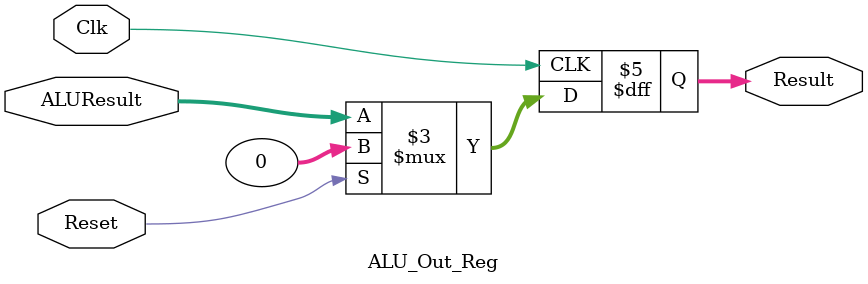
<source format=v>
`timescale 1ns / 1ps
module ALU_Out_Reg(ALUResult,Clk,Reset,Result);
input [31:0] ALUResult;
input Clk,Reset;
output reg [31:0] Result;

always @ (posedge Clk)
begin
    if(Reset)
        Result <= 32'b0;

    else
        Result <= ALUResult;
end
endmodule
</source>
